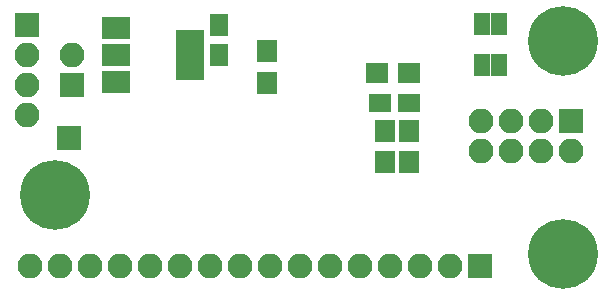
<source format=gbr>
G04 #@! TF.FileFunction,Soldermask,Top*
%FSLAX46Y46*%
G04 Gerber Fmt 4.6, Leading zero omitted, Abs format (unit mm)*
G04 Created by KiCad (PCBNEW 4.0.7) date 07/22/18 11:21:55*
%MOMM*%
%LPD*%
G01*
G04 APERTURE LIST*
%ADD10C,0.100000*%
%ADD11R,1.650000X1.900000*%
%ADD12R,1.900000X1.650000*%
%ADD13R,1.400000X1.900000*%
%ADD14R,2.100000X2.100000*%
%ADD15O,2.100000X2.100000*%
%ADD16C,5.900000*%
%ADD17R,2.400000X4.200000*%
%ADD18R,2.400000X1.900000*%
%ADD19R,1.700000X1.900000*%
%ADD20R,1.900000X1.700000*%
G04 APERTURE END LIST*
D10*
D11*
X30861000Y-17125000D03*
X30861000Y-14625000D03*
D12*
X44470000Y-21209000D03*
X46970000Y-21209000D03*
D13*
X53148000Y-18006000D03*
X54548000Y-18006000D03*
X53148000Y-14506000D03*
X54548000Y-14506000D03*
D14*
X14605000Y-14605000D03*
D15*
X14605000Y-17145000D03*
X14605000Y-19685000D03*
X14605000Y-22225000D03*
D16*
X60000000Y-34000000D03*
X60000000Y-16000000D03*
X17000000Y-29000000D03*
D17*
X28423000Y-17145000D03*
D18*
X22123000Y-17145000D03*
X22123000Y-19445000D03*
X22123000Y-14845000D03*
D14*
X53000000Y-35000000D03*
D15*
X50460000Y-35000000D03*
X47920000Y-35000000D03*
X45380000Y-35000000D03*
X42840000Y-35000000D03*
X40300000Y-35000000D03*
X37760000Y-35000000D03*
X35220000Y-35000000D03*
X32680000Y-35000000D03*
X30140000Y-35000000D03*
X27600000Y-35000000D03*
X25060000Y-35000000D03*
X22520000Y-35000000D03*
X19980000Y-35000000D03*
X17440000Y-35000000D03*
X14900000Y-35000000D03*
D19*
X34925000Y-19511000D03*
X34925000Y-16811000D03*
D14*
X18415000Y-19685000D03*
D15*
X18415000Y-17145000D03*
D14*
X60706000Y-22733000D03*
D15*
X60706000Y-25273000D03*
X58166000Y-22733000D03*
X58166000Y-25273000D03*
X55626000Y-22733000D03*
X55626000Y-25273000D03*
X53086000Y-22733000D03*
X53086000Y-25273000D03*
D19*
X44958000Y-23542000D03*
X44958000Y-26242000D03*
X46990000Y-26242000D03*
X46990000Y-23542000D03*
D20*
X44243000Y-18669000D03*
X46943000Y-18669000D03*
D14*
X18161000Y-24130000D03*
M02*

</source>
